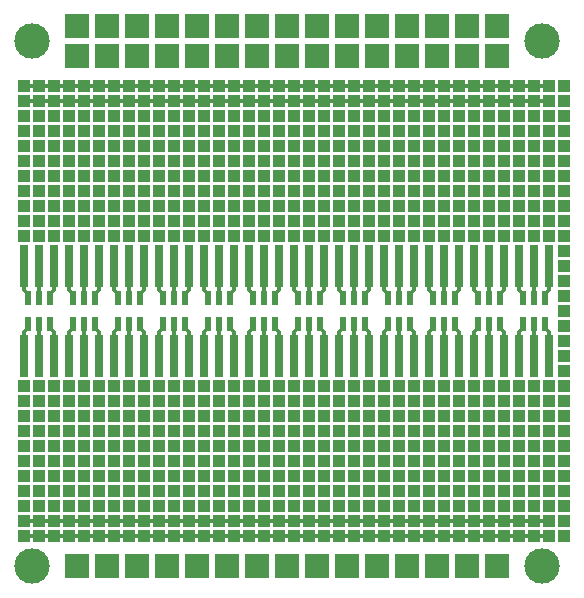
<source format=gtl>
G04 (created by PCBNEW (2013-mar-13)-testing) date Thu 12 Dec 2013 10:03:58 PM CET*
%MOIN*%
G04 Gerber Fmt 3.4, Leading zero omitted, Abs format*
%FSLAX34Y34*%
G01*
G70*
G90*
G04 APERTURE LIST*
%ADD10C,0.005906*%
%ADD11R,0.022800X0.047200*%
%ADD12R,0.078700X0.078700*%
%ADD13R,0.039400X0.039400*%
%ADD14R,0.027000X0.141732*%
%ADD15C,0.118110*%
%ADD16C,0.012000*%
G04 APERTURE END LIST*
G54D10*
G54D11*
X51126Y-37933D03*
X51500Y-37933D03*
X51874Y-37933D03*
X51874Y-37067D03*
X51500Y-37067D03*
X51126Y-37067D03*
X60126Y-37933D03*
X60500Y-37933D03*
X60874Y-37933D03*
X60874Y-37067D03*
X60500Y-37067D03*
X60126Y-37067D03*
X67626Y-37933D03*
X68000Y-37933D03*
X68374Y-37933D03*
X68374Y-37067D03*
X68000Y-37067D03*
X67626Y-37067D03*
X66126Y-37933D03*
X66500Y-37933D03*
X66874Y-37933D03*
X66874Y-37067D03*
X66500Y-37067D03*
X66126Y-37067D03*
X64626Y-37933D03*
X65000Y-37933D03*
X65374Y-37933D03*
X65374Y-37067D03*
X65000Y-37067D03*
X64626Y-37067D03*
X63126Y-37933D03*
X63500Y-37933D03*
X63874Y-37933D03*
X63874Y-37067D03*
X63500Y-37067D03*
X63126Y-37067D03*
X61626Y-37933D03*
X62000Y-37933D03*
X62374Y-37933D03*
X62374Y-37067D03*
X62000Y-37067D03*
X61626Y-37067D03*
X58626Y-37933D03*
X59000Y-37933D03*
X59374Y-37933D03*
X59374Y-37067D03*
X59000Y-37067D03*
X58626Y-37067D03*
X57126Y-37933D03*
X57500Y-37933D03*
X57874Y-37933D03*
X57874Y-37067D03*
X57500Y-37067D03*
X57126Y-37067D03*
X55626Y-37933D03*
X56000Y-37933D03*
X56374Y-37933D03*
X56374Y-37067D03*
X56000Y-37067D03*
X55626Y-37067D03*
X54126Y-37933D03*
X54500Y-37933D03*
X54874Y-37933D03*
X54874Y-37067D03*
X54500Y-37067D03*
X54126Y-37067D03*
X52626Y-37933D03*
X53000Y-37933D03*
X53374Y-37933D03*
X53374Y-37067D03*
X53000Y-37067D03*
X52626Y-37067D03*
G54D12*
X52750Y-28000D03*
X53750Y-28000D03*
X54750Y-28000D03*
X55750Y-28000D03*
X56750Y-28000D03*
X57750Y-28000D03*
X58750Y-28000D03*
X59750Y-28000D03*
X60750Y-28000D03*
X61750Y-28000D03*
X62750Y-28000D03*
X63750Y-28000D03*
X64750Y-28000D03*
X65750Y-28000D03*
X66750Y-28000D03*
X62750Y-46000D03*
X63750Y-46000D03*
X61750Y-46000D03*
X60750Y-46000D03*
X59750Y-46000D03*
X58750Y-46000D03*
X57750Y-46000D03*
X52750Y-46000D03*
X53750Y-46000D03*
X54750Y-46000D03*
X55750Y-46000D03*
X56750Y-46000D03*
X64750Y-46000D03*
X65750Y-46000D03*
X66750Y-46000D03*
G54D13*
X51500Y-44500D03*
X51000Y-44500D03*
X51000Y-40000D03*
X51500Y-30500D03*
X51000Y-30500D03*
X52000Y-30500D03*
X52500Y-30500D03*
X53000Y-30500D03*
X53500Y-30500D03*
X54000Y-30500D03*
X54500Y-30500D03*
X55000Y-30500D03*
X55500Y-30500D03*
X57000Y-30500D03*
X57500Y-30500D03*
X58000Y-30500D03*
X58500Y-30500D03*
X59000Y-30500D03*
X59500Y-30500D03*
X60000Y-30500D03*
X60500Y-30500D03*
X61000Y-30500D03*
X62500Y-30500D03*
X63500Y-30500D03*
X64000Y-30500D03*
X66500Y-30500D03*
X67000Y-30500D03*
X68000Y-30500D03*
X56000Y-30500D03*
X68500Y-30500D03*
X67500Y-30500D03*
X66000Y-30500D03*
X65500Y-30500D03*
X65000Y-30500D03*
X64500Y-30500D03*
X63000Y-30500D03*
X62000Y-30500D03*
X61500Y-30500D03*
X68500Y-30000D03*
X68000Y-30000D03*
X67500Y-30000D03*
X67000Y-30000D03*
X66500Y-30000D03*
X66000Y-30000D03*
X65500Y-30000D03*
X65000Y-30000D03*
X56500Y-30500D03*
X64500Y-30000D03*
X64000Y-30000D03*
X63500Y-30000D03*
X63000Y-30000D03*
X62500Y-30000D03*
X62000Y-30000D03*
X61500Y-30000D03*
X61000Y-30000D03*
X60500Y-30000D03*
X60000Y-30000D03*
X59500Y-30000D03*
X59000Y-30000D03*
X58500Y-30000D03*
X58000Y-30000D03*
X57500Y-30000D03*
X57000Y-30000D03*
X56500Y-30000D03*
X56000Y-30000D03*
X55000Y-30000D03*
X55500Y-30000D03*
X54500Y-30000D03*
X54000Y-30000D03*
X53500Y-30000D03*
X53000Y-30000D03*
X52500Y-30000D03*
X52000Y-30000D03*
X51500Y-30000D03*
X51000Y-30000D03*
X52500Y-45000D03*
X55500Y-45000D03*
X56000Y-45000D03*
X56500Y-45000D03*
X57000Y-45000D03*
X57500Y-45000D03*
X61000Y-45000D03*
X66000Y-45000D03*
X67500Y-45000D03*
X68000Y-45000D03*
X68500Y-45000D03*
X51000Y-45000D03*
X67000Y-45000D03*
X66500Y-45000D03*
X65500Y-45000D03*
X65000Y-45000D03*
X64500Y-45000D03*
X64000Y-45000D03*
X63500Y-45000D03*
X63000Y-45000D03*
X62500Y-45000D03*
X62000Y-45000D03*
X61500Y-45000D03*
X60500Y-45000D03*
X60000Y-45000D03*
X59500Y-45000D03*
X59000Y-45000D03*
X58500Y-45000D03*
X58000Y-45000D03*
X55000Y-45000D03*
X54500Y-45000D03*
X54000Y-45000D03*
X53500Y-45000D03*
X53000Y-45000D03*
X52000Y-45000D03*
X51500Y-45000D03*
X53500Y-44500D03*
X60000Y-44500D03*
X60500Y-44500D03*
X64000Y-44500D03*
X64500Y-44500D03*
X66000Y-44500D03*
X67500Y-44500D03*
X68500Y-44500D03*
X68000Y-44500D03*
X67000Y-44500D03*
X66500Y-44500D03*
X65500Y-44500D03*
X59000Y-44500D03*
X58500Y-44500D03*
X58000Y-44500D03*
X57500Y-44500D03*
X57000Y-44500D03*
X56000Y-44500D03*
X55500Y-44500D03*
X55000Y-44500D03*
X54500Y-44500D03*
X54000Y-44500D03*
X53000Y-44500D03*
X65000Y-44500D03*
X63500Y-44500D03*
X63000Y-44500D03*
X62500Y-44500D03*
X62000Y-44500D03*
X61500Y-44500D03*
X61000Y-44500D03*
X52500Y-44500D03*
X52000Y-44500D03*
X56500Y-44500D03*
X59500Y-44500D03*
G54D14*
X51000Y-39000D03*
X51500Y-39000D03*
X52000Y-39000D03*
X52000Y-36000D03*
X51500Y-36000D03*
X51000Y-36000D03*
X58500Y-39000D03*
X59000Y-39000D03*
X59500Y-39000D03*
X59500Y-36000D03*
X59000Y-36000D03*
X58500Y-36000D03*
X57000Y-39000D03*
X57500Y-39000D03*
X58000Y-39000D03*
X58000Y-36000D03*
X57500Y-36000D03*
X57000Y-36000D03*
X60000Y-39000D03*
X60500Y-39000D03*
X61000Y-39000D03*
X61000Y-36000D03*
X60500Y-36000D03*
X60000Y-36000D03*
X52500Y-39000D03*
X53000Y-39000D03*
X53500Y-39000D03*
X53500Y-36000D03*
X53000Y-36000D03*
X52500Y-36000D03*
X61500Y-39000D03*
X62000Y-39000D03*
X62500Y-39000D03*
X62500Y-36000D03*
X62000Y-36000D03*
X61500Y-36000D03*
X63000Y-39000D03*
X63500Y-39000D03*
X64000Y-39000D03*
X64000Y-36000D03*
X63500Y-36000D03*
X63000Y-36000D03*
X55500Y-39000D03*
X56000Y-39000D03*
X56500Y-39000D03*
X56500Y-36000D03*
X56000Y-36000D03*
X55500Y-36000D03*
X64500Y-39000D03*
X65000Y-39000D03*
X65500Y-39000D03*
X65500Y-36000D03*
X65000Y-36000D03*
X64500Y-36000D03*
X66000Y-39000D03*
X66500Y-39000D03*
X67000Y-39000D03*
X67000Y-36000D03*
X66500Y-36000D03*
X66000Y-36000D03*
X54000Y-39000D03*
X54500Y-39000D03*
X55000Y-39000D03*
X55000Y-36000D03*
X54500Y-36000D03*
X54000Y-36000D03*
X67500Y-39000D03*
X68000Y-39000D03*
X68500Y-39000D03*
X68500Y-36000D03*
X68000Y-36000D03*
X67500Y-36000D03*
G54D15*
X51250Y-46000D03*
X68250Y-46000D03*
X51250Y-28500D03*
X68250Y-28500D03*
G54D13*
X51000Y-40500D03*
X51500Y-40000D03*
X52000Y-40000D03*
X51500Y-40500D03*
X52000Y-40500D03*
X52500Y-40000D03*
X52500Y-40500D03*
X51000Y-41000D03*
X51000Y-41500D03*
X51000Y-42000D03*
X51000Y-42500D03*
X51000Y-43000D03*
X51000Y-43500D03*
X51000Y-44000D03*
X51500Y-41000D03*
X51500Y-41500D03*
X51500Y-42000D03*
X51500Y-42500D03*
X51500Y-43000D03*
X51500Y-43500D03*
X51500Y-44000D03*
X52000Y-44000D03*
X52000Y-43500D03*
X52000Y-43000D03*
X52000Y-42500D03*
X52000Y-42000D03*
X52000Y-41000D03*
X52000Y-41500D03*
X52500Y-41000D03*
X52500Y-41500D03*
X52500Y-44000D03*
X52500Y-43500D03*
X52500Y-43000D03*
X52500Y-42000D03*
X52500Y-42500D03*
X53000Y-40000D03*
X53000Y-40500D03*
X53000Y-41000D03*
X53000Y-41500D03*
X53000Y-42000D03*
X53000Y-42500D03*
X53000Y-43000D03*
X53000Y-43500D03*
X53000Y-44000D03*
X53500Y-44000D03*
X54000Y-44000D03*
X53500Y-43500D03*
X54000Y-43000D03*
X54000Y-43500D03*
X56000Y-41500D03*
X55000Y-42000D03*
X55500Y-42000D03*
X54000Y-40500D03*
X55000Y-40500D03*
X54000Y-41000D03*
X53500Y-42000D03*
X55000Y-41500D03*
X55000Y-41000D03*
X54000Y-40000D03*
X53500Y-40000D03*
X53500Y-40500D03*
X53500Y-41000D03*
X53500Y-41500D03*
X54500Y-42500D03*
X54500Y-41500D03*
X53500Y-43000D03*
X53500Y-42500D03*
X54000Y-42500D03*
X54000Y-42000D03*
X54000Y-41500D03*
X54500Y-42000D03*
X54500Y-40000D03*
X54500Y-40500D03*
X54500Y-41000D03*
X55000Y-40000D03*
X55500Y-40000D03*
X55500Y-40500D03*
X55500Y-41000D03*
X54500Y-43000D03*
X54500Y-43500D03*
X54500Y-44000D03*
X55000Y-42500D03*
X55500Y-42500D03*
X55500Y-43000D03*
X55000Y-43000D03*
X55500Y-43500D03*
X55000Y-43500D03*
X55500Y-44000D03*
X55000Y-44000D03*
X56000Y-44000D03*
X56000Y-43500D03*
X56000Y-42000D03*
X56000Y-42500D03*
X56000Y-43000D03*
X56000Y-40000D03*
X56000Y-40500D03*
X56000Y-41000D03*
X56500Y-44000D03*
X56500Y-43500D03*
X56500Y-43000D03*
X56500Y-42500D03*
X56500Y-42000D03*
X56500Y-41500D03*
X56500Y-40000D03*
X56500Y-40500D03*
X56500Y-41000D03*
X57000Y-40000D03*
X57000Y-40500D03*
X57000Y-41000D03*
X57000Y-41500D03*
X57000Y-42000D03*
X57000Y-42500D03*
X57000Y-43000D03*
X57000Y-43500D03*
X57000Y-44000D03*
X57500Y-44000D03*
X57500Y-43500D03*
X57500Y-43000D03*
X57500Y-42500D03*
X57500Y-42000D03*
X57500Y-41500D03*
X57500Y-41000D03*
X57500Y-40500D03*
X57500Y-40000D03*
X58000Y-40000D03*
X58000Y-40500D03*
X58000Y-41000D03*
X58000Y-41500D03*
X58000Y-42000D03*
X58000Y-42500D03*
X58000Y-43000D03*
X58000Y-43500D03*
X58000Y-44000D03*
X58500Y-44000D03*
X58500Y-43500D03*
X58500Y-43000D03*
X58500Y-42500D03*
X58500Y-42000D03*
X58500Y-41500D03*
X58500Y-41000D03*
X58500Y-40500D03*
X58500Y-40000D03*
X59000Y-43500D03*
X59000Y-44000D03*
X59000Y-43000D03*
X59500Y-42500D03*
X59000Y-42000D03*
X55500Y-41500D03*
X59000Y-41500D03*
X59000Y-41000D03*
X59000Y-40500D03*
X59000Y-40000D03*
X59500Y-44000D03*
X60000Y-44000D03*
X59500Y-43500D03*
X60000Y-43500D03*
X59500Y-43000D03*
X60000Y-43000D03*
X59000Y-42500D03*
X60000Y-42500D03*
X59500Y-42000D03*
X60000Y-42000D03*
X59500Y-41500D03*
X60000Y-41500D03*
X59500Y-41000D03*
X60000Y-41000D03*
X59500Y-40500D03*
X60000Y-40500D03*
X59500Y-40000D03*
X60000Y-40000D03*
X60500Y-44000D03*
X60500Y-43500D03*
X61000Y-44000D03*
X60500Y-43000D03*
X61000Y-43500D03*
X60500Y-42500D03*
X61500Y-44000D03*
X68500Y-44000D03*
X68500Y-40000D03*
X68500Y-40500D03*
X68000Y-40000D03*
X68000Y-40500D03*
X67500Y-40000D03*
X67500Y-40500D03*
X67000Y-40000D03*
X67000Y-40500D03*
X66500Y-40000D03*
X66500Y-40500D03*
X68500Y-41000D03*
X66000Y-42000D03*
X68500Y-42000D03*
X68500Y-42500D03*
X69000Y-31000D03*
X68500Y-43000D03*
X68500Y-43500D03*
X68000Y-41500D03*
X68000Y-42500D03*
X67500Y-42000D03*
X67500Y-42500D03*
X67500Y-41000D03*
X67500Y-41500D03*
X69000Y-32500D03*
X67000Y-41000D03*
X67000Y-41500D03*
X66500Y-41000D03*
X66500Y-41500D03*
X66500Y-42000D03*
X67000Y-42000D03*
X66500Y-42500D03*
X67000Y-42500D03*
X69000Y-37000D03*
X69000Y-35500D03*
X69000Y-34000D03*
X68000Y-43000D03*
X67500Y-43000D03*
X68000Y-43500D03*
X67500Y-43500D03*
X68000Y-44000D03*
X67500Y-44000D03*
X67000Y-43000D03*
X66500Y-43000D03*
X66000Y-40000D03*
X66000Y-40500D03*
X66000Y-41000D03*
X65500Y-41000D03*
X66000Y-41500D03*
X65500Y-41500D03*
X68500Y-41500D03*
X65500Y-42000D03*
X65500Y-40500D03*
X65500Y-40000D03*
X66000Y-42500D03*
X65500Y-42500D03*
X69000Y-40000D03*
X69000Y-38500D03*
X67000Y-43500D03*
X67000Y-44000D03*
X66500Y-43500D03*
X66500Y-44000D03*
X66000Y-43000D03*
X65500Y-43000D03*
X66000Y-44000D03*
X66000Y-43500D03*
X65500Y-44000D03*
X65500Y-43500D03*
X65000Y-40000D03*
X65000Y-40500D03*
X64500Y-40000D03*
X64500Y-40500D03*
X64000Y-40000D03*
X63500Y-40000D03*
X63000Y-40000D03*
X62500Y-40000D03*
X62000Y-40000D03*
X61000Y-40000D03*
X60500Y-40000D03*
X61500Y-40000D03*
X60500Y-40500D03*
X60500Y-41000D03*
X60500Y-41500D03*
X61000Y-40500D03*
X61000Y-41000D03*
X61500Y-40500D03*
X62000Y-40500D03*
X61500Y-41000D03*
X61000Y-41500D03*
X62500Y-40500D03*
X64000Y-40500D03*
X63500Y-40500D03*
X63000Y-40500D03*
X62000Y-41000D03*
X61500Y-41500D03*
X60500Y-42000D03*
X61000Y-42000D03*
X61000Y-42500D03*
X61000Y-43000D03*
X61500Y-42000D03*
X61500Y-42500D03*
X61500Y-43000D03*
X61500Y-43500D03*
X62500Y-41000D03*
X62000Y-41500D03*
X63000Y-41000D03*
X63500Y-41000D03*
X64500Y-41000D03*
X65000Y-41000D03*
X64000Y-41000D03*
X65000Y-41500D03*
X64500Y-41500D03*
X64000Y-41500D03*
X63500Y-41500D03*
X62500Y-41500D03*
X63000Y-41500D03*
X65000Y-42000D03*
X64500Y-42000D03*
X63500Y-42000D03*
X64000Y-42000D03*
X68000Y-41000D03*
X62000Y-42000D03*
X62500Y-42000D03*
X63000Y-42000D03*
X62000Y-42500D03*
X62500Y-42500D03*
X63000Y-42500D03*
X64000Y-42500D03*
X63500Y-42500D03*
X64500Y-42500D03*
X65000Y-42500D03*
X68000Y-42000D03*
X69000Y-41500D03*
X62000Y-44000D03*
X62000Y-43500D03*
X62000Y-43000D03*
X62500Y-43000D03*
X63000Y-44000D03*
X62500Y-44000D03*
X62500Y-43500D03*
X63500Y-43500D03*
X63000Y-43500D03*
X63000Y-43000D03*
X69000Y-45000D03*
X69000Y-44500D03*
X69000Y-43000D03*
X65000Y-43000D03*
X65000Y-44000D03*
X65000Y-43500D03*
X63500Y-43000D03*
X64500Y-43000D03*
X64000Y-43000D03*
X64500Y-43500D03*
X64000Y-44000D03*
X64000Y-43500D03*
X64500Y-44000D03*
X63500Y-44000D03*
X51000Y-31000D03*
X51500Y-31000D03*
X52000Y-31000D03*
X52500Y-31000D03*
X53000Y-31000D03*
X53500Y-31000D03*
X54000Y-31000D03*
X54500Y-31000D03*
X55000Y-31000D03*
X55500Y-31000D03*
X56000Y-31000D03*
X56500Y-31000D03*
X57000Y-31000D03*
X57500Y-31000D03*
X58000Y-31000D03*
X58500Y-31000D03*
X59000Y-31000D03*
X59500Y-31000D03*
X55500Y-31500D03*
X55000Y-31500D03*
X54500Y-31500D03*
X54000Y-31500D03*
X53500Y-31500D03*
X53000Y-31500D03*
X52500Y-31500D03*
X51500Y-31500D03*
X52000Y-31500D03*
X51000Y-31500D03*
X51000Y-32000D03*
X51000Y-32500D03*
X51000Y-33000D03*
X51500Y-32000D03*
X51000Y-35000D03*
X51000Y-34000D03*
X51000Y-33500D03*
X51000Y-34500D03*
X52000Y-32000D03*
X52500Y-32000D03*
X53000Y-32000D03*
X53500Y-32000D03*
X54000Y-32000D03*
X54500Y-32000D03*
X51500Y-32500D03*
X52000Y-32500D03*
X53000Y-32500D03*
X52500Y-32500D03*
X53500Y-32500D03*
X51500Y-33000D03*
X51500Y-35000D03*
X51500Y-34000D03*
X51500Y-33500D03*
X52000Y-34500D03*
X51500Y-34500D03*
X52000Y-33000D03*
X52000Y-33500D03*
X52000Y-34000D03*
X52000Y-35000D03*
X52500Y-33000D03*
X52500Y-33500D03*
X52500Y-34000D03*
X53000Y-33000D03*
X53500Y-33000D03*
X52500Y-35000D03*
X52500Y-34500D03*
X53000Y-35000D03*
X53000Y-34500D03*
X53000Y-33500D03*
X53000Y-34000D03*
X54000Y-35000D03*
X53500Y-35000D03*
X53500Y-34500D03*
X53500Y-34000D03*
X53500Y-33500D03*
X54000Y-32500D03*
X54000Y-33000D03*
X54000Y-33500D03*
X54000Y-34000D03*
X54000Y-34500D03*
X55000Y-32000D03*
X61000Y-31000D03*
X60500Y-31000D03*
X60000Y-31000D03*
X60000Y-31500D03*
X59000Y-31500D03*
X59500Y-31500D03*
X58500Y-31500D03*
X58000Y-31500D03*
X56500Y-31500D03*
X55500Y-32500D03*
X56000Y-33000D03*
X57000Y-32500D03*
X58500Y-33000D03*
X55500Y-34000D03*
X57000Y-34000D03*
X58000Y-34500D03*
X58500Y-34000D03*
X56000Y-31500D03*
X57500Y-31500D03*
X57000Y-31500D03*
X55500Y-32000D03*
X56000Y-32000D03*
X57500Y-32000D03*
X54500Y-35000D03*
X54500Y-32500D03*
X56500Y-32000D03*
X57000Y-32000D03*
X54500Y-33500D03*
X55000Y-35000D03*
X61000Y-35000D03*
X60500Y-35000D03*
X60000Y-35000D03*
X59500Y-35000D03*
X59000Y-35000D03*
X58500Y-35000D03*
X58000Y-35000D03*
X57500Y-35000D03*
X57000Y-35000D03*
X56500Y-35000D03*
X56000Y-35000D03*
X55500Y-35000D03*
X54500Y-34500D03*
X61000Y-34500D03*
X60500Y-34500D03*
X60000Y-34500D03*
X59500Y-34000D03*
X59500Y-34500D03*
X59000Y-34500D03*
X58500Y-34500D03*
X58000Y-34000D03*
X59000Y-34000D03*
X57500Y-34500D03*
X57000Y-34500D03*
X56500Y-34500D03*
X56000Y-34500D03*
X55500Y-34500D03*
X55000Y-34500D03*
X55000Y-34000D03*
X54500Y-34000D03*
X56000Y-34000D03*
X56500Y-34000D03*
X57500Y-34000D03*
X55000Y-33500D03*
X55500Y-33500D03*
X56000Y-33500D03*
X56500Y-33500D03*
X57000Y-33500D03*
X57500Y-33500D03*
X54500Y-33000D03*
X55000Y-33000D03*
X55000Y-32500D03*
X55500Y-33000D03*
X56000Y-32500D03*
X56500Y-33000D03*
X56500Y-32500D03*
X57000Y-33000D03*
X57500Y-33000D03*
X57500Y-32500D03*
X58000Y-32000D03*
X58000Y-32500D03*
X58000Y-33000D03*
X58000Y-33500D03*
X58500Y-33500D03*
X58500Y-32000D03*
X59000Y-32000D03*
X60000Y-32000D03*
X59500Y-32000D03*
X58500Y-32500D03*
X59000Y-32500D03*
X59000Y-33000D03*
X59000Y-33500D03*
X59500Y-33500D03*
X60000Y-34000D03*
X59500Y-33000D03*
X59500Y-32500D03*
X60000Y-32500D03*
X60000Y-33000D03*
X60000Y-33500D03*
X60500Y-34000D03*
X60500Y-31500D03*
X61000Y-31500D03*
X60500Y-32000D03*
X61000Y-32000D03*
X60500Y-33500D03*
X60500Y-33000D03*
X60500Y-32500D03*
X61000Y-32500D03*
X61000Y-33000D03*
X61000Y-33500D03*
X61000Y-34000D03*
X61500Y-35000D03*
X61500Y-34500D03*
X61500Y-34000D03*
X61500Y-31000D03*
X61500Y-31500D03*
X61500Y-32000D03*
X61500Y-32500D03*
X61500Y-33500D03*
X61500Y-33000D03*
X62000Y-35000D03*
X62500Y-35000D03*
X63000Y-35000D03*
X63500Y-35000D03*
X64000Y-35000D03*
X64500Y-35000D03*
X62000Y-34500D03*
X62000Y-31000D03*
X62000Y-31500D03*
X62000Y-32000D03*
X62000Y-32500D03*
X62000Y-33000D03*
X62000Y-33500D03*
X62000Y-34000D03*
X62500Y-31000D03*
X62500Y-31500D03*
X62500Y-32000D03*
X62500Y-32500D03*
X62500Y-33000D03*
X62500Y-33500D03*
X63000Y-34000D03*
X62500Y-34000D03*
X62500Y-34500D03*
X63000Y-34500D03*
X63000Y-33500D03*
X63000Y-33000D03*
X63000Y-32500D03*
X63000Y-32000D03*
X63000Y-31000D03*
X63000Y-31500D03*
X63500Y-31000D03*
X63500Y-31500D03*
X63500Y-32000D03*
X63500Y-33000D03*
X63500Y-32500D03*
X63500Y-33500D03*
X63500Y-34000D03*
X63500Y-34500D03*
X64000Y-34500D03*
X64000Y-34000D03*
X64000Y-33500D03*
X64000Y-32500D03*
X64000Y-33000D03*
X69000Y-44000D03*
X69000Y-43500D03*
X64000Y-32000D03*
X64000Y-31500D03*
X64000Y-31000D03*
X64500Y-31000D03*
X64500Y-31500D03*
X64500Y-32000D03*
X69000Y-42000D03*
X69000Y-42500D03*
X64500Y-32500D03*
X64500Y-33500D03*
X64500Y-33000D03*
X64500Y-34500D03*
X64500Y-34000D03*
X65000Y-35000D03*
X65000Y-34500D03*
X65000Y-34000D03*
X65000Y-33500D03*
X65500Y-33000D03*
X65000Y-32500D03*
X69000Y-41000D03*
X69000Y-40500D03*
X65000Y-32000D03*
X65000Y-31000D03*
X65000Y-31500D03*
X65500Y-31000D03*
X66000Y-31000D03*
X66500Y-31000D03*
X67000Y-31000D03*
X67500Y-31000D03*
X68500Y-31000D03*
X68000Y-31000D03*
X68500Y-31500D03*
X68000Y-31500D03*
X67500Y-31500D03*
X67000Y-31500D03*
X66500Y-31500D03*
X65500Y-31500D03*
X66000Y-31500D03*
X68500Y-32000D03*
X68000Y-32000D03*
X67500Y-32000D03*
X67000Y-32000D03*
X65500Y-32000D03*
X66000Y-32000D03*
X66500Y-32000D03*
X69000Y-39000D03*
X69000Y-30000D03*
X69000Y-31500D03*
X69000Y-34500D03*
X69000Y-33000D03*
X69000Y-37500D03*
X69000Y-36000D03*
X65500Y-35000D03*
X68500Y-35000D03*
X68000Y-35000D03*
X67500Y-35000D03*
X67000Y-35000D03*
X66500Y-35000D03*
X66000Y-35000D03*
X69000Y-39500D03*
X65500Y-32500D03*
X65000Y-33000D03*
X65500Y-33500D03*
X65500Y-34000D03*
X65500Y-34500D03*
X66000Y-34500D03*
X66000Y-34000D03*
X69000Y-38000D03*
X69000Y-36500D03*
X69000Y-35000D03*
X66000Y-32500D03*
X66000Y-33000D03*
X66000Y-33500D03*
X66500Y-32500D03*
X66500Y-33000D03*
X66500Y-33500D03*
X66500Y-34000D03*
X66500Y-34500D03*
X67000Y-34500D03*
X67000Y-34000D03*
X67000Y-33500D03*
X69000Y-33500D03*
X69000Y-30500D03*
X69000Y-32000D03*
X67000Y-32500D03*
X67000Y-33000D03*
X67500Y-32500D03*
X68000Y-32500D03*
X68500Y-32500D03*
X67500Y-33000D03*
X67500Y-33500D03*
X68000Y-33000D03*
X68000Y-33500D03*
X68500Y-33000D03*
X68500Y-33500D03*
X67500Y-34000D03*
X67500Y-34500D03*
X68000Y-34000D03*
X68500Y-34000D03*
X68500Y-34500D03*
X68000Y-34500D03*
G54D12*
X52750Y-29000D03*
X53750Y-29000D03*
X54750Y-29000D03*
X55750Y-29000D03*
X56750Y-29000D03*
X58750Y-29000D03*
X57750Y-29000D03*
X60750Y-29000D03*
X59750Y-29000D03*
X66750Y-29000D03*
X65750Y-29000D03*
X64750Y-29000D03*
X63750Y-29000D03*
X62750Y-29000D03*
X61750Y-29000D03*
G54D16*
X51874Y-37067D02*
X51874Y-36926D01*
X52000Y-36800D02*
X52000Y-36000D01*
X51874Y-36926D02*
X52000Y-36800D01*
X51126Y-37067D02*
X51126Y-36926D01*
X51000Y-36800D02*
X51000Y-36000D01*
X51126Y-36926D02*
X51000Y-36800D01*
X51500Y-37933D02*
X51500Y-39000D01*
X53374Y-37933D02*
X53374Y-38074D01*
X53500Y-38200D02*
X53500Y-39000D01*
X53374Y-38074D02*
X53500Y-38200D01*
X53000Y-37067D02*
X53000Y-36000D01*
X53000Y-37933D02*
X53000Y-39000D01*
X53374Y-37067D02*
X53374Y-36926D01*
X53500Y-36800D02*
X53500Y-36000D01*
X53374Y-36926D02*
X53500Y-36800D01*
X52626Y-37067D02*
X52626Y-36926D01*
X52500Y-36800D02*
X52500Y-36000D01*
X52626Y-36926D02*
X52500Y-36800D01*
X51126Y-37933D02*
X51126Y-38074D01*
X51000Y-38200D02*
X51000Y-39000D01*
X51126Y-38074D02*
X51000Y-38200D01*
X51874Y-37933D02*
X51874Y-38074D01*
X52000Y-38200D02*
X52000Y-39000D01*
X51874Y-38074D02*
X52000Y-38200D01*
X51500Y-37067D02*
X51500Y-36000D01*
X65000Y-45000D02*
X64500Y-45000D01*
X64500Y-45000D02*
X64000Y-45000D01*
X64000Y-45000D02*
X63500Y-45000D01*
X63500Y-45000D02*
X63000Y-45000D01*
X63000Y-45000D02*
X62500Y-45000D01*
X62500Y-45000D02*
X62000Y-45000D01*
X62000Y-45000D02*
X61500Y-45000D01*
X61500Y-45000D02*
X61000Y-45000D01*
X61000Y-45000D02*
X60500Y-45000D01*
X60500Y-45000D02*
X60000Y-45000D01*
X60000Y-45000D02*
X59500Y-45000D01*
X59500Y-45000D02*
X59000Y-45000D01*
X59000Y-45000D02*
X58500Y-45000D01*
X58500Y-45000D02*
X58000Y-45000D01*
X58000Y-45000D02*
X57500Y-45000D01*
X57500Y-45000D02*
X57000Y-45000D01*
X57000Y-45000D02*
X56500Y-45000D01*
X56500Y-45000D02*
X56000Y-45000D01*
X56000Y-45000D02*
X55500Y-45000D01*
X55500Y-45000D02*
X55000Y-45000D01*
X55000Y-45000D02*
X54500Y-45000D01*
X54500Y-45000D02*
X54000Y-45000D01*
X54000Y-45000D02*
X53500Y-45000D01*
X53500Y-45000D02*
X53000Y-45000D01*
X53000Y-45000D02*
X52500Y-45000D01*
X52500Y-45000D02*
X52000Y-45000D01*
X52000Y-45000D02*
X51500Y-45000D01*
X51500Y-45000D02*
X51000Y-45000D01*
X67000Y-45000D02*
X66500Y-45000D01*
X66500Y-45000D02*
X66000Y-45000D01*
X66000Y-45000D02*
X65500Y-45000D01*
X65500Y-45000D02*
X65000Y-45000D01*
X68500Y-45000D02*
X68000Y-45000D01*
X68000Y-45000D02*
X67500Y-45000D01*
X67500Y-45000D02*
X67000Y-45000D01*
X68500Y-30500D02*
X68000Y-30500D01*
X61000Y-30500D02*
X60500Y-30500D01*
X60500Y-30500D02*
X60000Y-30500D01*
X60000Y-30500D02*
X59500Y-30500D01*
X59500Y-30500D02*
X59000Y-30500D01*
X59000Y-30500D02*
X58500Y-30500D01*
X58500Y-30500D02*
X58000Y-30500D01*
X58000Y-30500D02*
X57500Y-30500D01*
X57500Y-30500D02*
X57000Y-30500D01*
X57000Y-30500D02*
X56500Y-30500D01*
X56500Y-30500D02*
X56000Y-30500D01*
X56000Y-30500D02*
X55500Y-30500D01*
X55500Y-30500D02*
X55000Y-30500D01*
X55000Y-30500D02*
X54500Y-30500D01*
X54500Y-30500D02*
X54000Y-30500D01*
X54000Y-30500D02*
X53500Y-30500D01*
X53500Y-30500D02*
X53000Y-30500D01*
X53000Y-30500D02*
X52500Y-30500D01*
X52500Y-30500D02*
X52000Y-30500D01*
X52000Y-30500D02*
X51500Y-30500D01*
X51500Y-30500D02*
X51000Y-30500D01*
X68000Y-30500D02*
X67500Y-30500D01*
X67500Y-30500D02*
X67000Y-30500D01*
X67000Y-30500D02*
X66500Y-30500D01*
X66500Y-30500D02*
X66000Y-30500D01*
X66000Y-30500D02*
X65500Y-30500D01*
X65500Y-30500D02*
X65000Y-30500D01*
X65000Y-30500D02*
X64500Y-30500D01*
X64500Y-30500D02*
X64000Y-30500D01*
X64000Y-30500D02*
X63500Y-30500D01*
X63500Y-30500D02*
X63000Y-30500D01*
X63000Y-30500D02*
X62500Y-30500D01*
X62500Y-30500D02*
X62000Y-30500D01*
X62000Y-30500D02*
X61500Y-30500D01*
X61500Y-30500D02*
X61000Y-30500D01*
X62000Y-30000D02*
X62500Y-30000D01*
X62500Y-30000D02*
X63000Y-30000D01*
X63000Y-30000D02*
X63500Y-30000D01*
X63500Y-30000D02*
X64000Y-30000D01*
X64000Y-30000D02*
X64500Y-30000D01*
X64500Y-30000D02*
X65000Y-30000D01*
X65000Y-30000D02*
X65500Y-30000D01*
X65500Y-30000D02*
X66000Y-30000D01*
X66000Y-30000D02*
X66500Y-30000D01*
X66500Y-30000D02*
X67000Y-30000D01*
X67000Y-30000D02*
X67500Y-30000D01*
X67500Y-30000D02*
X68000Y-30000D01*
X68000Y-30000D02*
X68500Y-30000D01*
X52500Y-30000D02*
X53000Y-30000D01*
X53000Y-30000D02*
X53500Y-30000D01*
X53500Y-30000D02*
X54000Y-30000D01*
X54000Y-30000D02*
X54500Y-30000D01*
X54500Y-30000D02*
X55000Y-30000D01*
X55000Y-30000D02*
X55500Y-30000D01*
X55500Y-30000D02*
X56000Y-30000D01*
X56000Y-30000D02*
X56500Y-30000D01*
X56500Y-30000D02*
X57000Y-30000D01*
X57000Y-30000D02*
X57500Y-30000D01*
X57500Y-30000D02*
X58000Y-30000D01*
X58000Y-30000D02*
X58500Y-30000D01*
X58500Y-30000D02*
X59000Y-30000D01*
X59000Y-30000D02*
X59500Y-30000D01*
X59500Y-30000D02*
X60000Y-30000D01*
X60000Y-30000D02*
X60500Y-30000D01*
X60500Y-30000D02*
X61000Y-30000D01*
X61000Y-30000D02*
X61500Y-30000D01*
X61500Y-30000D02*
X62000Y-30000D01*
X51000Y-30000D02*
X51500Y-30000D01*
X51500Y-30000D02*
X52000Y-30000D01*
X52000Y-30000D02*
X52500Y-30000D01*
X60500Y-37933D02*
X60500Y-39000D01*
X60874Y-37067D02*
X60874Y-36926D01*
X61000Y-36800D02*
X61000Y-36000D01*
X60874Y-36926D02*
X61000Y-36800D01*
X60000Y-36800D02*
X60000Y-36000D01*
X60126Y-37067D02*
X60126Y-36926D01*
X60126Y-36926D02*
X60000Y-36800D01*
X58626Y-37933D02*
X58626Y-38074D01*
X58500Y-38200D02*
X58500Y-39000D01*
X58626Y-38074D02*
X58500Y-38200D01*
X59500Y-38200D02*
X59500Y-39000D01*
X59374Y-38074D02*
X59500Y-38200D01*
X59374Y-37933D02*
X59374Y-38074D01*
X59374Y-37067D02*
X59374Y-36926D01*
X59500Y-36800D02*
X59500Y-36000D01*
X59374Y-36926D02*
X59500Y-36800D01*
X59000Y-37067D02*
X59000Y-36000D01*
X58626Y-37067D02*
X58626Y-36926D01*
X58500Y-36800D02*
X58500Y-36000D01*
X58626Y-36926D02*
X58500Y-36800D01*
X61626Y-37933D02*
X61626Y-38074D01*
X61500Y-38200D02*
X61500Y-39000D01*
X61626Y-38074D02*
X61500Y-38200D01*
X62374Y-37933D02*
X62374Y-38074D01*
X62500Y-38200D02*
X62500Y-39000D01*
X62374Y-38074D02*
X62500Y-38200D01*
X62000Y-37067D02*
X62000Y-36000D01*
X62000Y-37933D02*
X62000Y-39000D01*
X62374Y-37067D02*
X62374Y-36926D01*
X62500Y-36800D02*
X62500Y-36000D01*
X62374Y-36926D02*
X62500Y-36800D01*
X61626Y-37067D02*
X61626Y-36926D01*
X61500Y-36800D02*
X61500Y-36000D01*
X61626Y-36926D02*
X61500Y-36800D01*
X60000Y-38200D02*
X60000Y-39000D01*
X60126Y-37933D02*
X60126Y-38074D01*
X60126Y-38074D02*
X60000Y-38200D01*
X60874Y-37933D02*
X60874Y-38074D01*
X61000Y-38200D02*
X61000Y-39000D01*
X60874Y-38074D02*
X61000Y-38200D01*
X60500Y-37067D02*
X60500Y-36000D01*
X54500Y-37067D02*
X54500Y-36000D01*
X56000Y-37933D02*
X56000Y-39000D01*
X56374Y-37067D02*
X56374Y-36926D01*
X56500Y-36800D02*
X56500Y-36000D01*
X56374Y-36926D02*
X56500Y-36800D01*
X55626Y-37067D02*
X55626Y-36926D01*
X55500Y-36800D02*
X55500Y-36000D01*
X55626Y-36926D02*
X55500Y-36800D01*
X54126Y-37933D02*
X54126Y-38074D01*
X54000Y-38200D02*
X54000Y-39000D01*
X54126Y-38074D02*
X54000Y-38200D01*
X54874Y-37933D02*
X54874Y-38074D01*
X55000Y-38200D02*
X55000Y-39000D01*
X54874Y-38074D02*
X55000Y-38200D01*
X54500Y-37933D02*
X54500Y-39000D01*
X54874Y-37067D02*
X54874Y-36926D01*
X55000Y-36800D02*
X55000Y-36000D01*
X54874Y-36926D02*
X55000Y-36800D01*
X54126Y-37067D02*
X54126Y-36926D01*
X54000Y-36800D02*
X54000Y-36000D01*
X54126Y-36926D02*
X54000Y-36800D01*
X52626Y-37933D02*
X52626Y-38074D01*
X52500Y-38200D02*
X52500Y-39000D01*
X52626Y-38074D02*
X52500Y-38200D01*
X57874Y-37933D02*
X57874Y-38074D01*
X58000Y-38200D02*
X58000Y-39000D01*
X57874Y-38074D02*
X58000Y-38200D01*
X57874Y-37067D02*
X57874Y-36926D01*
X58000Y-36800D02*
X58000Y-36000D01*
X57874Y-36926D02*
X58000Y-36800D01*
X57500Y-37067D02*
X57500Y-36000D01*
X57500Y-37933D02*
X57500Y-39000D01*
X63126Y-37067D02*
X63126Y-36926D01*
X63000Y-36800D02*
X63000Y-36000D01*
X63126Y-36926D02*
X63000Y-36800D01*
X57000Y-36800D02*
X57000Y-36000D01*
X57126Y-37067D02*
X57126Y-36926D01*
X57126Y-36926D02*
X57000Y-36800D01*
X55626Y-37933D02*
X55626Y-38074D01*
X55500Y-38200D02*
X55500Y-39000D01*
X55626Y-38074D02*
X55500Y-38200D01*
X56374Y-37933D02*
X56374Y-38074D01*
X56500Y-38200D02*
X56500Y-39000D01*
X56374Y-38074D02*
X56500Y-38200D01*
X68000Y-44500D02*
X68500Y-44500D01*
X67500Y-44500D02*
X68000Y-44500D01*
X67000Y-44500D02*
X67500Y-44500D01*
X66500Y-44500D02*
X67000Y-44500D01*
X66000Y-44500D02*
X66500Y-44500D01*
X65500Y-44500D02*
X66000Y-44500D01*
X65000Y-44500D02*
X65500Y-44500D01*
X64500Y-44500D02*
X65000Y-44500D01*
X64000Y-44500D02*
X64500Y-44500D01*
X63500Y-44500D02*
X64000Y-44500D01*
X63000Y-44500D02*
X63500Y-44500D01*
X62500Y-44500D02*
X63000Y-44500D01*
X62000Y-44500D02*
X62500Y-44500D01*
X61500Y-44500D02*
X62000Y-44500D01*
X61000Y-44500D02*
X61500Y-44500D01*
X60500Y-44500D02*
X61000Y-44500D01*
X60000Y-44500D02*
X60500Y-44500D01*
X59500Y-44500D02*
X60000Y-44500D01*
X59000Y-44500D02*
X59500Y-44500D01*
X58500Y-44500D02*
X59000Y-44500D01*
X58000Y-44500D02*
X58500Y-44500D01*
X57500Y-44500D02*
X58000Y-44500D01*
X57000Y-44500D02*
X57500Y-44500D01*
X56500Y-44500D02*
X57000Y-44500D01*
X56000Y-44500D02*
X56500Y-44500D01*
X55500Y-44500D02*
X56000Y-44500D01*
X55000Y-44500D02*
X55500Y-44500D01*
X54500Y-44500D02*
X55000Y-44500D01*
X54000Y-44500D02*
X54500Y-44500D01*
X53500Y-44500D02*
X54000Y-44500D01*
X53000Y-44500D02*
X53500Y-44500D01*
X52500Y-44500D02*
X53000Y-44500D01*
X52000Y-44500D02*
X52500Y-44500D01*
X51500Y-44500D02*
X52000Y-44500D01*
X51000Y-44500D02*
X51500Y-44500D01*
X68374Y-37933D02*
X68374Y-38074D01*
X68500Y-38200D02*
X68500Y-39000D01*
X68374Y-38074D02*
X68500Y-38200D01*
X68000Y-37067D02*
X68000Y-36000D01*
X68000Y-39000D02*
X68000Y-37933D01*
X68374Y-37067D02*
X68374Y-36926D01*
X68500Y-36800D02*
X68500Y-36000D01*
X68374Y-36926D02*
X68500Y-36800D01*
X63874Y-37933D02*
X63874Y-38074D01*
X64000Y-38200D02*
X64000Y-39000D01*
X63874Y-38074D02*
X64000Y-38200D01*
X65000Y-37933D02*
X65000Y-39000D01*
X65374Y-37067D02*
X65374Y-36926D01*
X65500Y-36800D02*
X65500Y-36000D01*
X65374Y-36926D02*
X65500Y-36800D01*
X64626Y-37067D02*
X64626Y-36926D01*
X64500Y-36800D02*
X64500Y-36000D01*
X64626Y-36926D02*
X64500Y-36800D01*
X63126Y-37933D02*
X63126Y-38074D01*
X63000Y-38200D02*
X63000Y-39000D01*
X63126Y-38074D02*
X63000Y-38200D01*
X65000Y-37067D02*
X65000Y-36000D01*
X63500Y-37067D02*
X63500Y-36000D01*
X63500Y-37933D02*
X63500Y-39000D01*
X63874Y-37067D02*
X63874Y-36926D01*
X64000Y-36800D02*
X64000Y-36000D01*
X63874Y-36926D02*
X64000Y-36800D01*
X67626Y-37067D02*
X67626Y-36926D01*
X67500Y-36800D02*
X67500Y-36000D01*
X67626Y-36926D02*
X67500Y-36800D01*
X66126Y-37933D02*
X66126Y-38074D01*
X66000Y-38200D02*
X66000Y-39000D01*
X66126Y-38074D02*
X66000Y-38200D01*
X67000Y-38200D02*
X67000Y-39000D01*
X66874Y-38074D02*
X67000Y-38200D01*
X66874Y-37933D02*
X66874Y-38074D01*
X67000Y-36800D02*
X67000Y-36000D01*
X66874Y-36926D02*
X67000Y-36800D01*
X66874Y-37067D02*
X66874Y-36926D01*
X66126Y-37067D02*
X66126Y-36926D01*
X66000Y-36800D02*
X66000Y-36000D01*
X66126Y-36926D02*
X66000Y-36800D01*
X64626Y-37933D02*
X64626Y-38074D01*
X64500Y-38200D02*
X64500Y-39000D01*
X64626Y-38074D02*
X64500Y-38200D01*
X65374Y-37933D02*
X65374Y-38074D01*
X65500Y-38200D02*
X65500Y-39000D01*
X65374Y-38074D02*
X65500Y-38200D01*
X59000Y-37933D02*
X59000Y-39000D01*
X57000Y-38200D02*
X57000Y-39000D01*
X57126Y-37933D02*
X57126Y-38074D01*
X57126Y-38074D02*
X57000Y-38200D01*
X56000Y-37067D02*
X56000Y-36000D01*
X66500Y-37933D02*
X66500Y-39000D01*
X66500Y-37067D02*
X66500Y-36000D01*
X67626Y-37933D02*
X67626Y-38074D01*
X67500Y-38200D02*
X67500Y-39000D01*
X67626Y-38074D02*
X67500Y-38200D01*
M02*

</source>
